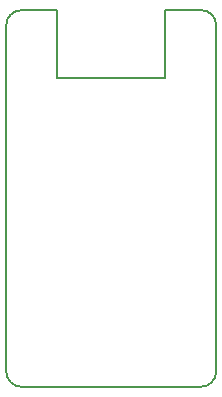
<source format=gbr>
%TF.GenerationSoftware,KiCad,Pcbnew,(6.0.1)*%
%TF.CreationDate,2022-06-22T23:32:04-04:00*%
%TF.ProjectId,stemcell,7374656d-6365-46c6-9c2e-6b696361645f,1.0.0*%
%TF.SameCoordinates,Original*%
%TF.FileFunction,Profile,NP*%
%FSLAX46Y46*%
G04 Gerber Fmt 4.6, Leading zero omitted, Abs format (unit mm)*
G04 Created by KiCad (PCBNEW (6.0.1)) date 2022-06-22 23:32:04*
%MOMM*%
%LPD*%
G01*
G04 APERTURE LIST*
%TA.AperFunction,Profile*%
%ADD10C,0.150000*%
%TD*%
G04 APERTURE END LIST*
D10*
X92481400Y-49221526D02*
G75*
G03*
X91211400Y-50491526I-1J-1269999D01*
G01*
X108991400Y-79819500D02*
X108991400Y-50482500D01*
X108991400Y-50482500D02*
G75*
G03*
X107721400Y-49212500I-1269999J1D01*
G01*
X91211400Y-79819500D02*
G75*
G03*
X92481400Y-81089500I1269992J-8D01*
G01*
X95529400Y-54924100D02*
X104673400Y-54924100D01*
X107721400Y-81089500D02*
G75*
G03*
X108991400Y-79819500I1J1269999D01*
G01*
X92481400Y-49221526D02*
X95529400Y-49212500D01*
X91211400Y-79819500D02*
X91211400Y-50491526D01*
X104673400Y-54924100D02*
X104673400Y-49212500D01*
X95529400Y-49212500D02*
X95529400Y-54924100D01*
X92481400Y-81089500D02*
X107721400Y-81089500D01*
X104673400Y-49212500D02*
X107721400Y-49212500D01*
M02*

</source>
